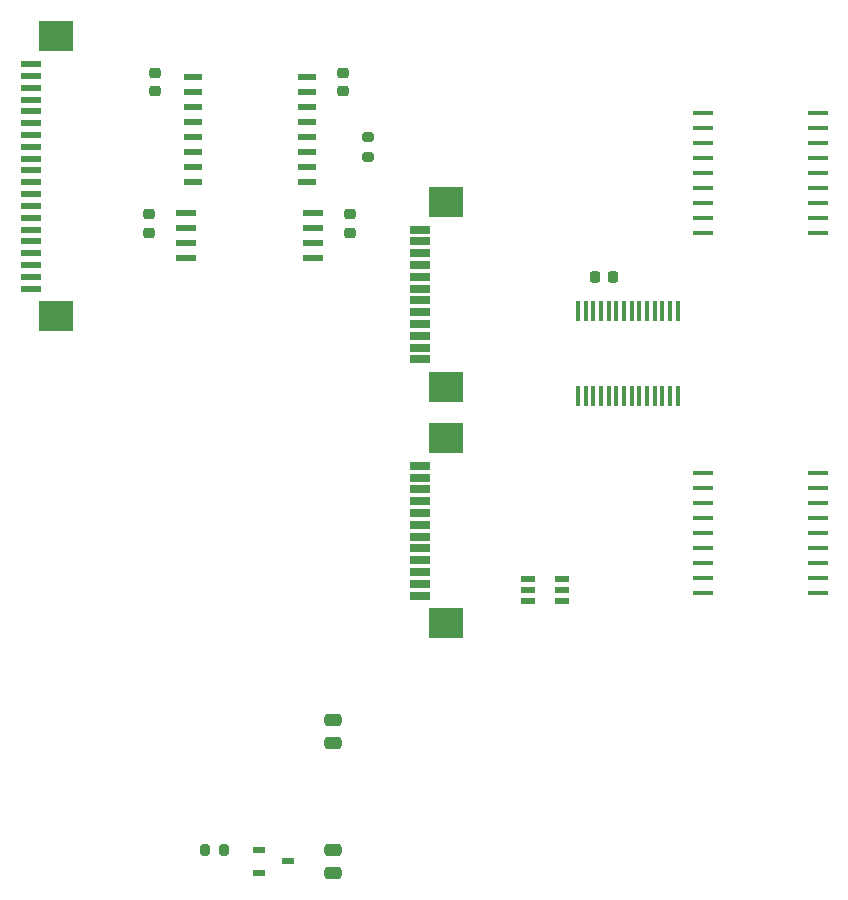
<source format=gbr>
%TF.GenerationSoftware,KiCad,Pcbnew,9.0.3*%
%TF.CreationDate,2025-09-01T09:15:08+03:00*%
%TF.ProjectId,PMCNV-DQ16src,504d434e-562d-4445-9131-367372632e6b,rev?*%
%TF.SameCoordinates,Original*%
%TF.FileFunction,Paste,Top*%
%TF.FilePolarity,Positive*%
%FSLAX46Y46*%
G04 Gerber Fmt 4.6, Leading zero omitted, Abs format (unit mm)*
G04 Created by KiCad (PCBNEW 9.0.3) date 2025-09-01 09:15:08*
%MOMM*%
%LPD*%
G01*
G04 APERTURE LIST*
G04 Aperture macros list*
%AMRoundRect*
0 Rectangle with rounded corners*
0 $1 Rounding radius*
0 $2 $3 $4 $5 $6 $7 $8 $9 X,Y pos of 4 corners*
0 Add a 4 corners polygon primitive as box body*
4,1,4,$2,$3,$4,$5,$6,$7,$8,$9,$2,$3,0*
0 Add four circle primitives for the rounded corners*
1,1,$1+$1,$2,$3*
1,1,$1+$1,$4,$5*
1,1,$1+$1,$6,$7*
1,1,$1+$1,$8,$9*
0 Add four rect primitives between the rounded corners*
20,1,$1+$1,$2,$3,$4,$5,0*
20,1,$1+$1,$4,$5,$6,$7,0*
20,1,$1+$1,$6,$7,$8,$9,0*
20,1,$1+$1,$8,$9,$2,$3,0*%
G04 Aperture macros list end*
%ADD10R,1.716000X0.450800*%
%ADD11RoundRect,0.225000X0.225000X0.250000X-0.225000X0.250000X-0.225000X-0.250000X0.225000X-0.250000X0*%
%ADD12R,1.181100X0.558800*%
%ADD13RoundRect,0.225000X-0.250000X0.225000X-0.250000X-0.225000X0.250000X-0.225000X0.250000X0.225000X0*%
%ADD14RoundRect,0.250000X0.475000X-0.250000X0.475000X0.250000X-0.475000X0.250000X-0.475000X-0.250000X0*%
%ADD15R,1.803400X0.635000*%
%ADD16R,2.997200X2.590800*%
%ADD17RoundRect,0.250000X-0.475000X0.250000X-0.475000X-0.250000X0.475000X-0.250000X0.475000X0.250000X0*%
%ADD18RoundRect,0.200000X-0.200000X-0.275000X0.200000X-0.275000X0.200000X0.275000X-0.200000X0.275000X0*%
%ADD19R,0.977900X0.508000*%
%ADD20R,1.701800X0.558800*%
%ADD21R,0.431800X1.655601*%
%ADD22R,1.549400X0.482600*%
%ADD23RoundRect,0.200000X0.275000X-0.200000X0.275000X0.200000X-0.275000X0.200000X-0.275000X-0.200000X0*%
%ADD24R,1.800000X0.600000*%
%ADD25R,3.000000X2.600000*%
G04 APERTURE END LIST*
D10*
%TO.C,U6*%
X20389202Y25400000D03*
X20389202Y24130000D03*
X20389202Y22860000D03*
X20389202Y21590000D03*
X20389202Y20320000D03*
X20389202Y19050000D03*
X20389202Y17780000D03*
X20389202Y16510000D03*
X20389202Y15240000D03*
X30090798Y15240000D03*
X30090798Y16510000D03*
X30090798Y17780000D03*
X30090798Y19050000D03*
X30090798Y20320000D03*
X30090798Y21590000D03*
X30090798Y22860000D03*
X30090798Y24130000D03*
X30090798Y25400000D03*
%TD*%
D11*
%TO.C,C7*%
X12775000Y11500000D03*
X11225000Y11500000D03*
%TD*%
D12*
%TO.C,U10*%
X8466850Y-15950001D03*
X8466850Y-15000000D03*
X8466850Y-14049999D03*
X5533150Y-14049999D03*
X5533150Y-15000000D03*
X5533150Y-15950001D03*
%TD*%
D13*
%TO.C,C1*%
X-26000000Y28775000D03*
X-26000000Y27225000D03*
%TD*%
D14*
%TO.C,C3*%
X-11000000Y-38950000D03*
X-11000000Y-37050000D03*
%TD*%
D15*
%TO.C,J4*%
X-3556000Y-15499992D03*
X-3556000Y-14499994D03*
X-3556000Y-13499996D03*
X-3556000Y-12499998D03*
X-3556000Y-11500000D03*
X-3556000Y-10500000D03*
X-3556000Y-9500000D03*
X-3556000Y-8500000D03*
X-3556000Y-7500002D03*
X-3556000Y-6500004D03*
X-3556000Y-5500006D03*
X-3556000Y-4500008D03*
D16*
X-1385999Y-17850003D03*
X-1385999Y-2149997D03*
%TD*%
D17*
%TO.C,C4*%
X-11000000Y-26050000D03*
X-11000000Y-27950000D03*
%TD*%
D18*
%TO.C,R21*%
X-21825000Y-37000000D03*
X-20175000Y-37000000D03*
%TD*%
D10*
%TO.C,U7*%
X20389202Y-5080000D03*
X20389202Y-6350000D03*
X20389202Y-7620000D03*
X20389202Y-8890000D03*
X20389202Y-10160000D03*
X20389202Y-11430000D03*
X20389202Y-12700000D03*
X20389202Y-13970000D03*
X20389202Y-15240000D03*
X30090798Y-15240000D03*
X30090798Y-13970000D03*
X30090798Y-12700000D03*
X30090798Y-11430000D03*
X30090798Y-10160000D03*
X30090798Y-8890000D03*
X30090798Y-7620000D03*
X30090798Y-6350000D03*
X30090798Y-5080000D03*
%TD*%
D19*
%TO.C,Q1*%
X-17187450Y-37047500D03*
X-17187450Y-38952500D03*
X-14812550Y-38000000D03*
%TD*%
D20*
%TO.C,U11*%
X-23384800Y16905000D03*
X-23384800Y15635000D03*
X-23384800Y14365000D03*
X-23384800Y13095000D03*
X-12615200Y13095000D03*
X-12615200Y14365000D03*
X-12615200Y15635000D03*
X-12615200Y16905000D03*
%TD*%
D21*
%TO.C,U3*%
X18225000Y8627801D03*
X17574999Y8627801D03*
X16925000Y8627801D03*
X16274999Y8627801D03*
X15625001Y8627801D03*
X14974999Y8627801D03*
X14325001Y8627801D03*
X13675002Y8627801D03*
X13025001Y8627801D03*
X12375002Y8627801D03*
X11725001Y8627801D03*
X11075002Y8627801D03*
X10425001Y8627801D03*
X9775002Y8627801D03*
X9775000Y1372199D03*
X10425001Y1372199D03*
X11075000Y1372199D03*
X11725001Y1372199D03*
X12374999Y1372199D03*
X13025001Y1372199D03*
X13674999Y1372199D03*
X14325001Y1372199D03*
X14974999Y1372199D03*
X15625001Y1372199D03*
X16274999Y1372199D03*
X16925000Y1372199D03*
X17574999Y1372199D03*
X18225000Y1372199D03*
%TD*%
D22*
%TO.C,U4*%
X-22826000Y28445000D03*
X-22826000Y27175000D03*
X-22826000Y25905000D03*
X-22826000Y24635000D03*
X-22826000Y23365000D03*
X-22826000Y22095000D03*
X-22826000Y20825000D03*
X-22826000Y19555000D03*
X-13174000Y19555000D03*
X-13174000Y20825000D03*
X-13174000Y22095000D03*
X-13174000Y23365000D03*
X-13174000Y24635000D03*
X-13174000Y25905000D03*
X-13174000Y27175000D03*
X-13174000Y28445000D03*
%TD*%
D15*
%TO.C,J2*%
X-3556000Y4500008D03*
X-3556000Y5500006D03*
X-3556000Y6500004D03*
X-3556000Y7500002D03*
X-3556000Y8500000D03*
X-3556000Y9500000D03*
X-3556000Y10500000D03*
X-3556000Y11500000D03*
X-3556000Y12499998D03*
X-3556000Y13499996D03*
X-3556000Y14499994D03*
X-3556000Y15499992D03*
D16*
X-1385999Y2149997D03*
X-1385999Y17850003D03*
%TD*%
D13*
%TO.C,C6*%
X-26500000Y16775000D03*
X-26500000Y15225000D03*
%TD*%
D23*
%TO.C,R1*%
X-8000000Y21675000D03*
X-8000000Y23325000D03*
%TD*%
D24*
%TO.C,JM1*%
X-36546000Y10500000D03*
X-36546000Y11500000D03*
X-36546000Y12500000D03*
X-36546000Y13500000D03*
X-36546000Y14500000D03*
X-36546000Y15500000D03*
X-36546000Y16500000D03*
X-36546000Y17500000D03*
X-36546000Y18500000D03*
X-36546000Y19500000D03*
X-36546000Y20500000D03*
X-36546000Y21500000D03*
X-36546000Y22500000D03*
X-36546000Y23500000D03*
X-36546000Y24500000D03*
X-36546000Y25500000D03*
X-36546000Y26500000D03*
X-36546000Y27500000D03*
X-36546000Y28500000D03*
X-36546000Y29500000D03*
D25*
X-34375000Y8150000D03*
X-34375000Y31850000D03*
%TD*%
D13*
%TO.C,C2*%
X-10145000Y28775000D03*
X-10145000Y27225000D03*
%TD*%
%TO.C,C5*%
X-9500000Y16775000D03*
X-9500000Y15225000D03*
%TD*%
M02*

</source>
